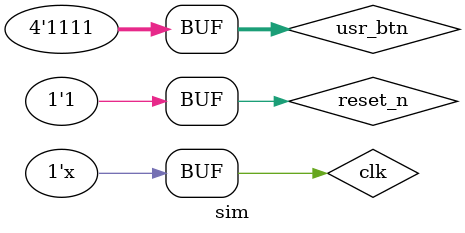
<source format=v>
`timescale 1ns / 1ps


module sim(

    );
reg [3:0] usr_btn ;
wire [3:0] usr_led, LCD_D;
wire LCD_RS, LCD_RW, LCD_E;
reg clk = 1, reset_n = 1;

    
lab9 lab9(clk,reset_n, usr_btn, usr_led,LCD_RS, LCD_RW, LCD_E, LCD_D);

always 
  #5 clk <= ~clk;
  
  
initial begin
	#10
		usr_btn = 4'b1111;

end  
  
  
endmodule

</source>
